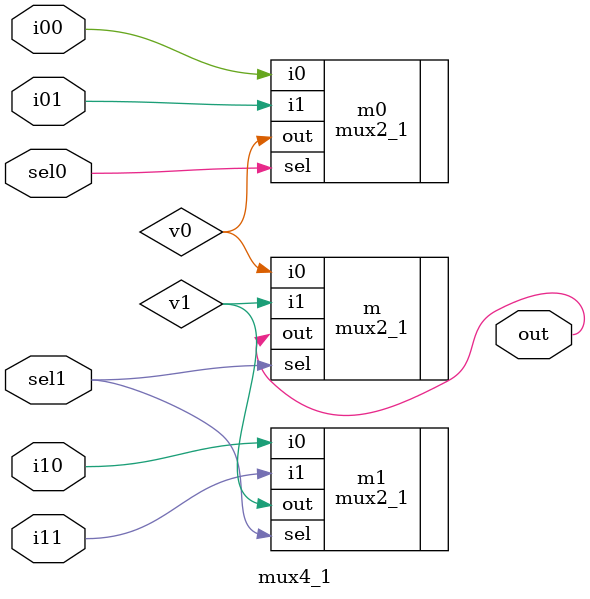
<source format=sv>

module mux4_1(out, i00, i01, i10, i11, sel0, sel1);
		output out;
		input i00, i01, i10, i11, sel0, sel1;
		
		wire v0, v1;
		
		mux2_1 m0(.out(v0), .i0(i00), .i1(i01), .sel(sel0));
		mux2_1 m1(.out(v1), .i0(i10), .i1(i11), .sel(sel1));
		mux2_1 m(.out(out), .i0(v0) , .i1(v1) , .sel(sel1));
endmodule 

// module mux4_1_testbench();
// 		reg i00, i01, i10, i11, sel0, sel1;
// 		wire out;
		
// 		mux4_1 dut (.out, .i00, .i01, .i10, .i11, .sel0, .sel1);
		
// 		integer counter;
// 		initial begin
// 				for (counter = 0; counter < 64; counter++) begin
// 						{sel1, sel0, i00, i01, i10, i11} = counter; #10;
// 				end
// 		end
// endmodule	
</source>
